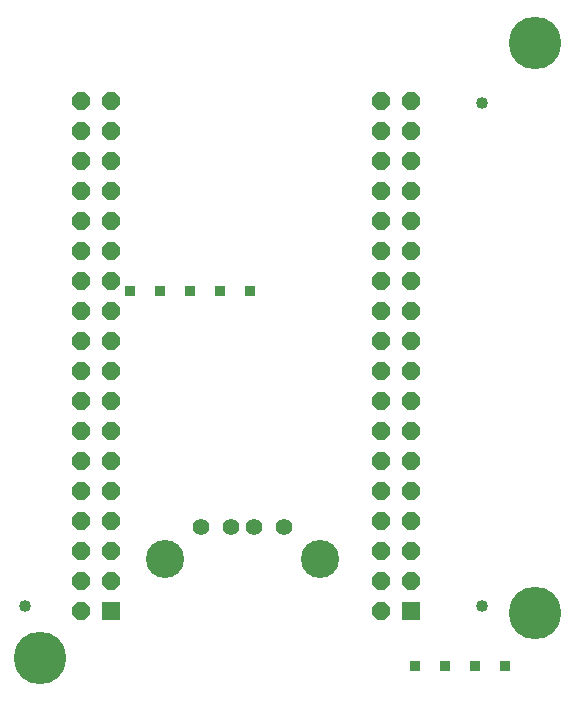
<source format=gbr>
G04 EAGLE Gerber RS-274X export*
G75*
%MOMM*%
%FSLAX34Y34*%
%LPD*%
%INBottom Copper*%
%IPPOS*%
%AMOC8*
5,1,8,0,0,1.08239X$1,22.5*%
G01*
%ADD10R,0.904800X0.904800*%
%ADD11C,1.400000*%
%ADD12C,3.220000*%
%ADD13R,1.524000X1.524000*%
%ADD14P,1.649562X8X112.500000*%
%ADD15C,4.445000*%
%ADD16C,1.016000*%


D10*
X107950Y342900D03*
X133350Y342900D03*
X158750Y342900D03*
X184150Y342900D03*
X209550Y342900D03*
D11*
X168200Y142600D03*
X193200Y142600D03*
X213200Y142600D03*
X238200Y142600D03*
D12*
X137500Y115499D03*
X268900Y115499D03*
D10*
X349250Y25400D03*
X374650Y25400D03*
X400050Y25400D03*
X425450Y25400D03*
D13*
X345700Y71800D03*
D14*
X320300Y71800D03*
X345700Y97200D03*
X320300Y97200D03*
X345700Y122600D03*
X320300Y122600D03*
X345700Y148000D03*
X320300Y148000D03*
X345700Y173400D03*
X320300Y173400D03*
X345700Y198800D03*
X320300Y198800D03*
X345700Y224200D03*
X320300Y224200D03*
X345700Y249600D03*
X320300Y249600D03*
X345700Y275000D03*
X320300Y275000D03*
X345700Y300400D03*
X320300Y300400D03*
X345700Y325800D03*
X320300Y325800D03*
X345700Y351200D03*
X320300Y351200D03*
X345700Y376600D03*
X320300Y376600D03*
X345700Y402000D03*
X320300Y402000D03*
X345700Y427400D03*
X320300Y427400D03*
X345700Y452800D03*
X320300Y452800D03*
X345700Y478200D03*
X320300Y478200D03*
X345700Y503600D03*
X320300Y503600D03*
D13*
X91700Y71800D03*
D14*
X66300Y71800D03*
X91700Y97200D03*
X66300Y97200D03*
X91700Y122600D03*
X66300Y122600D03*
X91700Y148000D03*
X66300Y148000D03*
X91700Y173400D03*
X66300Y173400D03*
X91700Y198800D03*
X66300Y198800D03*
X91700Y224200D03*
X66300Y224200D03*
X91700Y249600D03*
X66300Y249600D03*
X91700Y275000D03*
X66300Y275000D03*
X91700Y300400D03*
X66300Y300400D03*
X91700Y325800D03*
X66300Y325800D03*
X91700Y351200D03*
X66300Y351200D03*
X91700Y376600D03*
X66300Y376600D03*
X91700Y402000D03*
X66300Y402000D03*
X91700Y427400D03*
X66300Y427400D03*
X91700Y452800D03*
X66300Y452800D03*
X91700Y478200D03*
X66300Y478200D03*
X91700Y503600D03*
X66300Y503600D03*
D15*
X31750Y31750D03*
X450850Y69850D03*
X450850Y552450D03*
D16*
X19050Y76200D03*
X406400Y76200D03*
X406400Y501650D03*
M02*

</source>
